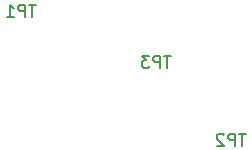
<source format=gbr>
%TF.GenerationSoftware,KiCad,Pcbnew,5.1.10*%
%TF.CreationDate,2021-11-16T14:47:03-07:00*%
%TF.ProjectId,L0003-Wheatstone-Bridge,4c303030-332d-4576-9865-617473746f6e,rev?*%
%TF.SameCoordinates,Original*%
%TF.FileFunction,Legend,Bot*%
%TF.FilePolarity,Positive*%
%FSLAX46Y46*%
G04 Gerber Fmt 4.6, Leading zero omitted, Abs format (unit mm)*
G04 Created by KiCad (PCBNEW 5.1.10) date 2021-11-16 14:47:03*
%MOMM*%
%LPD*%
G01*
G04 APERTURE LIST*
%ADD10C,0.150000*%
G04 APERTURE END LIST*
%TO.C,TP1*%
D10*
X117085904Y-77176380D02*
X116514476Y-77176380D01*
X116800190Y-78176380D02*
X116800190Y-77176380D01*
X116181142Y-78176380D02*
X116181142Y-77176380D01*
X115800190Y-77176380D01*
X115704952Y-77224000D01*
X115657333Y-77271619D01*
X115609714Y-77366857D01*
X115609714Y-77509714D01*
X115657333Y-77604952D01*
X115704952Y-77652571D01*
X115800190Y-77700190D01*
X116181142Y-77700190D01*
X114657333Y-78176380D02*
X115228761Y-78176380D01*
X114943047Y-78176380D02*
X114943047Y-77176380D01*
X115038285Y-77319238D01*
X115133523Y-77414476D01*
X115228761Y-77462095D01*
%TO.C,TP2*%
X134865904Y-88098380D02*
X134294476Y-88098380D01*
X134580190Y-89098380D02*
X134580190Y-88098380D01*
X133961142Y-89098380D02*
X133961142Y-88098380D01*
X133580190Y-88098380D01*
X133484952Y-88146000D01*
X133437333Y-88193619D01*
X133389714Y-88288857D01*
X133389714Y-88431714D01*
X133437333Y-88526952D01*
X133484952Y-88574571D01*
X133580190Y-88622190D01*
X133961142Y-88622190D01*
X133008761Y-88193619D02*
X132961142Y-88146000D01*
X132865904Y-88098380D01*
X132627809Y-88098380D01*
X132532571Y-88146000D01*
X132484952Y-88193619D01*
X132437333Y-88288857D01*
X132437333Y-88384095D01*
X132484952Y-88526952D01*
X133056380Y-89098380D01*
X132437333Y-89098380D01*
%TO.C,TP3*%
X128515904Y-81494380D02*
X127944476Y-81494380D01*
X128230190Y-82494380D02*
X128230190Y-81494380D01*
X127611142Y-82494380D02*
X127611142Y-81494380D01*
X127230190Y-81494380D01*
X127134952Y-81542000D01*
X127087333Y-81589619D01*
X127039714Y-81684857D01*
X127039714Y-81827714D01*
X127087333Y-81922952D01*
X127134952Y-81970571D01*
X127230190Y-82018190D01*
X127611142Y-82018190D01*
X126706380Y-81494380D02*
X126087333Y-81494380D01*
X126420666Y-81875333D01*
X126277809Y-81875333D01*
X126182571Y-81922952D01*
X126134952Y-81970571D01*
X126087333Y-82065809D01*
X126087333Y-82303904D01*
X126134952Y-82399142D01*
X126182571Y-82446761D01*
X126277809Y-82494380D01*
X126563523Y-82494380D01*
X126658761Y-82446761D01*
X126706380Y-82399142D01*
%TD*%
M02*

</source>
